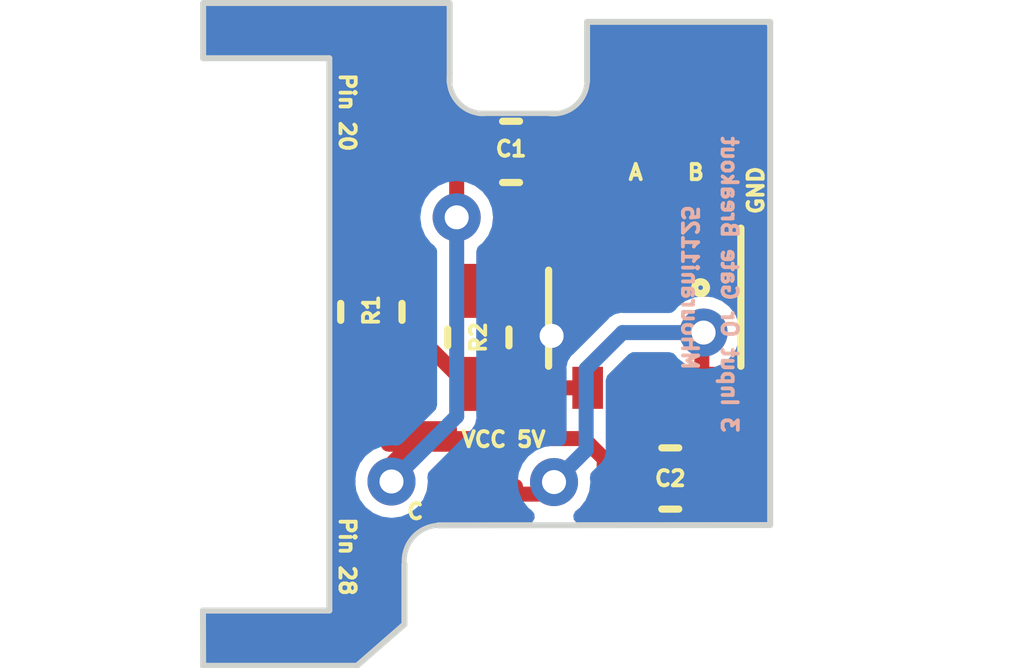
<source format=kicad_pcb>
(kicad_pcb (version 20211014) (generator pcbnew)
  (layers (0 "F.Cu" signal) (31 "B.Cu" signal) (34 "B.Paste" user) (35 "F.Paste" user) (36 "B.SilkS" user "B.Silkscreen") (37 "F.SilkS" user "F.Silkscreen") (38 "B.Mask" user) (39 "F.Mask" user) (44 "Edge.Cuts" user))
  (net 0 "")
  (net 1 "GND")
  (net 2 "CE")
  (net 3 "A")
  (net 4 "B")
  (net 5 "VCC5V")
  (net 6 "C")
  (footprint "" (layer "F.Cu") (at 150.1 93 90)
    (fp_text reference "" (at 0 0 90) (layer "F.SilkS") (effects (font (size 1.27 1.27))))
    (fp_text value "" (at 0 0 90) (layer "F.SilkS") (effects (font (size 1.27 1.27))))
    (pad "10" smd roundrect (at 0 0 270) (size 1.778 0.508) (layers "F.Cu" "F.Paste" "F.Mask") (net 4 "B"))
  )
  (footprint "" (layer "F.Cu") (at 145.79 98.6 -90)
    (fp_text reference "" (at 0 0 90) (layer "F.SilkS") (effects (font (size 1.27 1.27))))
    (fp_text value "" (at 0 0 90) (layer "F.SilkS") (effects (font (size 1.27 1.27))))
    (pad "B" smd roundrect (at 0 0 180) (size 1.27 0.508) (layers "F.Cu" "F.Paste" "F.Mask") (net 5 "VCC5V"))
  )
  (footprint "" (layer "F.Cu") (at 151.1 93 90)
    (fp_text reference "" (at 0 0 90) (layer "F.SilkS") (effects (font (size 1.27 1.27))))
    (fp_text value "" (at 0 0 90) (layer "F.SilkS") (effects (font (size 1.27 1.27))))
    (pad "9" smd roundrect (at 0 0 270) (size 1.778 0.508) (layers "F.Cu" "F.Paste" "F.Mask") (net 1 "GND"))
  )
  (footprint "" (layer "F.Cu") (at 149.1 93 -90)
    (fp_text reference "" (at 0 0 90) (layer "F.SilkS") (effects (font (size 1.27 1.27))))
    (fp_text value "" (at 0 0 90) (layer "F.SilkS") (effects (font (size 1.27 1.27))))
    (pad "11" smd roundrect (at 0 0 90) (size 1.778 0.508) (layers "F.Cu" "F.Paste" "F.Mask") (net 3 "A"))
  )
  (footprint "" (layer "F.Cu") (at 143.5 102)
    (fp_text reference "" (at 0 0) (layer "F.SilkS") (effects (font (size 1.27 1.27))))
    (fp_text value "" (at 0 0) (layer "F.SilkS") (effects (font (size 1.27 1.27))))
    (pad "4" smd roundrect (at 0 0) (size 2.286 0.508) (layers "F.Cu" "F.Paste" "F.Mask") (net 2 "CE"))
  )
  (footprint "" (layer "F.Cu") (at 143.5 91.85 180)
    (fp_text reference "" (at 0 0) (layer "F.SilkS") (effects (font (size 1.27 1.27))))
    (fp_text value "" (at 0 0) (layer "F.SilkS") (effects (font (size 1.27 1.27))))
    (pad "1" smd roundrect (at 0 0 180) (size 2.286 0.508) (layers "F.Cu" "F.Paste" "F.Mask") (net 5 "VCC5V"))
  )
  (footprint "Capacitor_SMD:C_0603_1608Metric" (layer "F.Cu") (at 146.78 96.95 -90)
    (fp_text reference "R2" (at 0 0 -90) (layer "F.SilkS") (effects (font (size 0.254 0.254) (thickness 0.0635))))
    (fp_text value "0.01uf")
    (fp_line (start -0.14058 -0.51) (end 0.14058 -0.51) (layer "F.SilkS") (width 0.12))
    (fp_line (start -0.14058 0.51) (end 0.14058 0.51) (layer "F.SilkS") (width 0.12))
    (pad "5" smd roundrect (at -0.775 0 270) (size 0.9 0.95) (layers "F.Cu" "F.Paste" "F.Mask") (net 1 "GND"))
    (pad "6" smd roundrect (at 0.775 0 270) (size 0.9 0.95) (layers "F.Cu" "F.Paste" "F.Mask") (net 2 "CE"))
  )
  (footprint "Capacitor_SMD:C_0603_1608Metric" (layer "F.Cu") (at 149.975 99.3)
    (fp_text reference "C2" (at 0 0) (layer "F.SilkS") (effects (font (size 0.254 0.254) (thickness 0.0635))))
    (fp_text value "0.1uf")
    (fp_line (start -0.14058 -0.51) (end 0.14058 -0.51) (layer "F.SilkS") (width 0.12))
    (fp_line (start -0.14058 0.51) (end 0.14058 0.51) (layer "F.SilkS") (width 0.12))
    (pad "7" smd roundrect (at 0.775 0) (size 0.9 0.95) (layers "F.Cu" "F.Paste" "F.Mask") (net 1 "GND"))
    (pad "8" smd roundrect (at -0.775 0) (size 0.9 0.95) (layers "F.Cu" "F.Paste" "F.Mask") (net 5 "VCC5V"))
  )
  (footprint "" (layer "F.Cu") (at 146.89 99.56)
    (fp_text reference "" (at 0 0) (layer "F.SilkS") (effects (font (size 1.27 1.27))))
    (fp_text value "" (at 0 0) (layer "F.SilkS") (effects (font (size 1.27 1.27))))
    (pad "B" smd roundrect (at 0 0 180) (size 1.27 0.508) (layers "F.Cu" "F.Paste" "F.Mask") (net 6 "C"))
  )
  (footprint "Package_SO:TSOP-6_1.65x3.05mm_P0.95mm" (layer "F.Cu") (at 149.55 96.63 -90)
    (fp_text reference "U5" hide)
    (fp_text value "74LVC1G332GW,125")
    (fp_line (start -0.8 1.6) (end 0.8 1.6) (layer "F.SilkS") (width 0.12))
    (fp_line (start 0.8 -1.6) (end -1.5 -1.6) (layer "F.SilkS") (width 0.12))
    (fp_circle (center -0.508488 -0.93) (end -0.418488 -0.89) (layer "F.SilkS") (width 0.12) (fill none))
    (pad "1" smd rect (at -1.16 -0.95 270) (size 0.7 0.51) (layers "F.Cu" "F.Paste" "F.Mask") (net 4 "B"))
    (pad "2" smd rect (at -1.16 0 270) (size 0.7 0.51) (layers "F.Cu" "F.Paste" "F.Mask") (net 1 "GND"))
    (pad "3" smd rect (at -1.16 0.95 270) (size 0.7 0.51) (layers "F.Cu" "F.Paste" "F.Mask") (net 3 "A"))
    (pad "4" smd rect (at 1.16 0.95 270) (size 0.7 0.51) (layers "F.Cu" "F.Paste" "F.Mask") (net 2 "CE"))
    (pad "5" smd rect (at 1.175 0 270) (size 0.7 0.51) (layers "F.Cu" "F.Paste" "F.Mask") (net 5 "VCC5V"))
    (pad "6" smd rect (at 1.16 -0.95 270) (size 0.7 0.51) (layers "F.Cu" "F.Paste" "F.Mask") (net 6 "C"))
  )
  (footprint "Capacitor_SMD:C_0603_1608Metric" (layer "F.Cu") (at 145 96.525 90)
    (fp_text reference "R1" (at 0.025 0 90) (layer "F.SilkS") (effects (font (size 0.254 0.254) (thickness 0.0635))))
    (fp_text value " ")
    (fp_line (start -0.14058 0.51) (end 0.14058 0.51) (layer "F.SilkS") (width 0.12))
    (fp_line (start -0.14058 -0.51) (end 0.14058 -0.51) (layer "F.SilkS") (width 0.12))
    (pad "2" smd roundrect (at 0.775 0 90) (size 0.9 0.95) (layers "F.Cu" "F.Paste" "F.Mask") (net 5 "VCC5V"))
    (pad "3" smd roundrect (at -0.775 0 90) (size 0.9 0.95) (layers "F.Cu" "F.Paste" "F.Mask") (net 2 "CE"))
  )
  (footprint "Capacitor_SMD:C_0603_1608Metric" (layer "F.Cu") (at 147.325 93.86)
    (fp_text reference "C1" (at 0 -0.05) (layer "F.SilkS") (effects (font (size 0.254 0.254) (thickness 0.0635))))
    (fp_text value "0.01uf (maybe 100uf)")
    (fp_line (start -0.14058 -0.51) (end 0.14058 -0.51) (layer "F.SilkS") (width 0.12))
    (fp_line (start -0.14058 0.51) (end 0.14058 0.51) (layer "F.SilkS") (width 0.12))
    (pad "5" smd roundrect (at -0.775 0) (size 0.9 0.95) (layers "F.Cu" "F.Paste" "F.Mask") (net 5 "VCC5V"))
    (pad "6" smd roundrect (at 0.775 0) (size 0.9 0.95) (layers "F.Cu" "F.Paste" "F.Mask") (net 1 "GND"))
  )
  (gr_line (start 144.76 102.42) (end 142.2 102.42) (layer "Edge.Cuts") (width 0.1))
  (gr_line (start 144.76 102.42) (end 145.55 101.73) (layer "Edge.Cuts") (width 0.1))
  (gr_line (start 148.59 92.69) (end 148.59 91.694) (layer "Edge.Cuts") (width 0.1))
  (gr_arc (start 145.56 100.8) (mid 145.667107 100.314693) (end 146.11 100.08) (layer "Edge.Cuts") (width 0.08382))
  (gr_line (start 151.638 91.694) (end 151.638 100.076) (layer "Edge.Cuts") (width 0.1))
  (gr_line (start 146.79 93.218) (end 148.06 93.218) (layer "Edge.Cuts") (width 0.0889))
  (gr_line (start 146.304 91.39) (end 146.304 92.7) (layer "Edge.Cuts") (width 0.1))
  (gr_line (start 151.638 100.076) (end 146.11 100.08) (layer "Edge.Cuts") (width 0.1))
  (gr_line (start 142.2 91.38) (end 146.3 91.38) (layer "Edge.Cuts") (width 0.1))
  (gr_line (start 145.55 100.73) (end 145.55 101.73) (layer "Edge.Cuts") (width 0.1))
  (gr_line (start 144.3 101.5) (end 144.3 92.3) (layer "Edge.Cuts") (width 0.1))
  (gr_line (start 144.3 92.3) (end 142.2 92.3) (layer "Edge.Cuts") (width 0.1))
  (gr_line (start 142.197 101.5) (end 144.3 101.5) (layer "Edge.Cuts") (width 0.1))
  (gr_line (start 148.59 91.694) (end 151.638 91.694) (layer "Edge.Cuts") (width 0.1))
  (gr_line (start 142.2 102.42) (end 142.197 101.5) (layer "Edge.Cuts") (width 0.1))
  (gr_line (start 142.2 92.3) (end 142.2 91.4) (layer "Edge.Cuts") (width 0.1))
  (gr_arc (start 148.592006 92.65) (mid 148.406336 93.079511) (end 147.96 93.22) (layer "Edge.Cuts") (width 0.0889))
  (gr_arc (start 146.88 93.22) (mid 146.430454 93.017928) (end 146.31 92.54) (layer "Edge.Cuts") (width 0.0889))
  (gr_text "3 Input Or Gate Breakout\n" (at 150.96 96.07 -90) (layer "B.SilkS") (effects (font (size 0.254 0.254) (thickness 0.0635)) (justify mirror)))
  (gr_text "MHourani1125" (at 150.3 96.12 270) (layer "B.SilkS") (effects (font (size 0.254 0.254) (thickness 0.0635)) (justify mirror)))
  (gr_text "A" (at 149.4 94.2) (layer "F.SilkS") (effects (font (size 0.254 0.254) (thickness 0.0635))))
  (gr_text "Pin 20" (at 144.6 93.2 -90) (layer "F.SilkS") (effects (font (size 0.254 0.254) (thickness 0.0635))))
  (gr_text "Pin 28\n" (at 144.6 100.6 -90) (layer "F.SilkS") (effects (font (size 0.254 0.254) (thickness 0.0635))))
  (gr_text "B" (at 150.4 94.2) (layer "F.SilkS") (effects (font (size 0.254 0.254) (thickness 0.0635))))
  (gr_text "C" (at 145.73 99.85) (layer "F.SilkS") (effects (font (size 0.254 0.254) (thickness 0.0635))))
  (gr_text "VCC 5V" (at 147.2 98.65) (layer "F.SilkS") (effects (font (size 0.254 0.254) (thickness 0.0635))))
  (gr_text "GND" (at 151.4 94.5 90) (layer "F.SilkS") (effects (font (size 0.254 0.254) (thickness 0.0635))))
  (segment (start 148 96.925) (end 148 96.745) (width 0.25) (layer "F.Cu") (net 1))
  (segment (start 146.6 96.2) (end 147.28 95.52) (width 0.25) (layer "F.Cu") (net 1))
  (segment (start 149.175 96.15) (end 149.55 95.775) (width 0.25) (layer "F.Cu") (net 1))
  (segment (start 147.56 96.305) (end 147.56 95.56) (width 0.25) (layer "F.Cu") (net 1))
  (segment (start 147.28 95.52) (end 147.58 95.52) (width 0.25) (layer "F.Cu") (net 1))
  (segment (start 148 96.925) (end 148.775 96.15) (width 0.25) (layer "F.Cu") (net 1))
  (segment (start 151.26 98.79) (end 150.75 99.3) (width 0.25) (layer "F.Cu") (net 1))
  (segment (start 151.26 96.285) (end 151.26 98.79) (width 0.25) (layer "F.Cu") (net 1))
  (segment (start 147.56 95.56) (end 147.56 94.465) (width 0.25) (layer "F.Cu") (net 1))
  (segment (start 149.55 95.775) (end 149.55 95.47) (width 0.25) (layer "F.Cu") (net 1))
  (segment (start 148 96.745) (end 147.56 96.305) (width 0.25) (layer "F.Cu") (net 1))
  (segment (start 151.08 96.145) (end 151.1 96.125) (width 0.25) (layer "F.Cu") (net 1))
  (segment (start 148 96.925) (end 148.019502 96.925) (width 0.25) (layer "F.Cu") (net 1))
  (segment (start 148.799502 96.145) (end 151.08 96.145) (width 0.25) (layer "F.Cu") (net 1))
  (segment (start 147.56 94.465) (end 147.775 94.25) (width 0.25) (layer "F.Cu") (net 1))
  (segment (start 148.019502 96.925) (end 148.799502 96.145) (width 0.25) (layer "F.Cu") (net 1))
  (segment (start 151.1 96.125) (end 151.1 93) (width 0.25) (layer "F.Cu") (net 1))
  (segment (start 151.1 96.125) (end 151.26 96.285) (width 0.25) (layer "F.Cu") (net 1))
  (segment (start 148.775 96.15) (end 149.175 96.15) (width 0.25) (layer "F.Cu") (net 1))
  (via (at 148 96.925) (size 0.8) (drill 0.4) (layers "F.Cu" "B.Cu") (net 1))
  (segment (start 145.31 96.99) (end 145.84 96.99) (width 0.25) (layer "F.Cu") (net 2))
  (segment (start 144.6105 97.6895) (end 145 97.3) (width 0.25) (layer "F.Cu") (net 2))
  (segment (start 146.64 97.79) (end 148.6 97.79) (width 0.25) (layer "F.Cu") (net 2))
  (segment (start 143.5 102) (end 144.5 102) (width 0.25) (layer "F.Cu") (net 2))
  (segment (start 145 100.49) (end 144.6105 100.1005) (width 0.25) (layer "F.Cu") (net 2))
  (segment (start 145 97.3) (end 145.31 96.99) (width 0.25) (layer "F.Cu") (net 2))
  (segment (start 144.5 102) (end 145 101.5) (width 0.25) (layer "F.Cu") (net 2))
  (segment (start 145.84 96.99) (end 146.64 97.79) (width 0.25) (layer "F.Cu") (net 2))
  (segment (start 144.6105 100.1005) (end 144.6105 97.6895) (width 0.25) (layer "F.Cu") (net 2))
  (segment (start 145 101.5) (end 145 100.49) (width 0.25) (layer "F.Cu") (net 2))
  (segment (start 149.1 94.795) (end 149.1 93) (width 0.25) (layer "F.Cu") (net 3))
  (segment (start 148.6 95.295) (end 149.1 94.795) (width 0.25) (layer "F.Cu") (net 3))
  (segment (start 148.6 95.47) (end 148.6 95.295) (width 0.25) (layer "F.Cu") (net 3))
  (segment (start 150.1 94.8) (end 150.5 95.2) (width 0.25) (layer "F.Cu") (net 4))
  (segment (start 150.1 93) (end 150.1 94.8) (width 0.25) (layer "F.Cu") (net 4))
  (segment (start 150.5 95.2) (end 150.5 95.47) (width 0.25) (layer "F.Cu") (net 4))
  (segment (start 148.535 98.635) (end 149.2 99.3) (width 0.25) (layer "F.Cu") (net 5))
  (segment (start 145.79 98.6) (end 145.825 98.635) (width 0.25) (layer "F.Cu") (net 5))
  (segment (start 145.335 99.35) (end 145.335 99.055) (width 0.25) (layer "F.Cu") (net 5))
  (segment (start 145.13 93.48) (end 145.13 95.62) (width 0.25) (layer "F.Cu") (net 5))
  (segment (start 149.56 97.815) (end 149.55 97.805) (width 0.25) (layer "F.Cu") (net 5))
  (segment (start 145.825 98.635) (end 148.535 98.635) (width 0.25) (layer "F.Cu") (net 5))
  (segment (start 145.13 95.62) (end 145 95.75) (width 0.25) (layer "F.Cu") (net 5))
  (segment (start 143.5 91.85) (end 144.99 91.85) (width 0.25) (layer "F.Cu") (net 5))
  (segment (start 149.2 99.3) (end 149.56 98.94) (width 0.25) (layer "F.Cu") (net 5))
  (segment (start 145.335 99.055) (end 145.79 98.6) (width 0.25) (layer "F.Cu") (net 5))
  (segment (start 149.56 98.94) (end 149.56 97.815) (width 0.25) (layer "F.Cu") (net 5))
  (segment (start 145.13 91.99) (end 145.13 93.48) (width 0.25) (layer "F.Cu") (net 5))
  (segment (start 144.99 91.85) (end 145.13 91.99) (width 0.25) (layer "F.Cu") (net 5))
  (segment (start 145.51 93.86) (end 146.55 93.86) (width 0.25) (layer "F.Cu") (net 5))
  (segment (start 146.42 93.99) (end 146.55 93.86) (width 0.25) (layer "F.Cu") (net 5))
  (segment (start 145.13 93.48) (end 145.51 93.86) (width 0.25) (layer "F.Cu") (net 5))
  (segment (start 146.42 94.95) (end 146.42 93.99) (width 0.25) (layer "F.Cu") (net 5))
  (via (at 145.335 99.35) (size 0.8) (drill 0.4) (layers "F.Cu" "B.Cu") (net 5))
  (via (at 146.42 94.95) (size 0.8) (drill 0.4) (layers "F.Cu" "B.Cu") (net 5))
  (segment (start 145.335 99.35) (end 146.42 98.265) (width 0.25) (layer "B.Cu") (net 5))
  (segment (start 146.42 98.265) (end 146.42 94.95) (width 0.25) (layer "B.Cu") (net 5))
  (segment (start 150.5 97.79) (end 150.5 96.898562) (width 0.25) (layer "F.Cu") (net 6))
  (segment (start 150.5 96.898562) (end 150.529062 96.8695) (width 0.25) (layer "F.Cu") (net 6))
  (segment (start 147.8395 99.56) (end 146.89 99.56) (width 0.25) (layer "F.Cu") (net 6))
  (segment (start 148.04 99.3595) (end 147.8395 99.56) (width 0.25) (layer "F.Cu") (net 6))
  (via (at 148.04 99.3595) (size 0.8) (drill 0.4) (layers "F.Cu" "B.Cu") (net 6))
  (via (at 150.529062 96.8695) (size 0.8) (drill 0.4) (layers "F.Cu" "B.Cu") (net 6))
  (segment (start 148.575 97.475) (end 148.575 98.8245) (width 0.25) (layer "B.Cu") (net 6))
  (segment (start 150.529062 96.8695) (end 149.1805 96.8695) (width 0.25) (layer "B.Cu") (net 6))
  (segment (start 149.1805 96.8695) (end 148.575 97.475) (width 0.25) (layer "B.Cu") (net 6))
  (segment (start 148.575 98.8245) (end 148.04 99.3595) (width 0.25) (layer "B.Cu") (net 6))
  (zone (net 1) (net_name "GND") (layer "B.Cu") (connect_pads (clearance 0)) (min_thickness 0.254) (fill yes (thermal_gap 0.508) (thermal_bridge_width 0.508))
    (polygon (pts (xy 146.28 91.38) (xy 146.3 92.43) (xy 146.29 92.74) (xy 146.38 92.96) (xy 146.54 93.1) (xy 146.74 93.18) (xy 148 93.21) (xy 148.15 93.2) (xy 148.37 93.1) (xy 148.57 92.82) (xy 148.58 92.65) (xy 148.6 91.67) (xy 151.61 91.69) (xy 151.64 100.06) (xy 146.1 100.06) (xy 145.79 100.18) (xy 145.62 100.37) (xy 145.54 100.56) (xy 145.54 101.69) (xy 144.75 102.43) (xy 142.22 102.43) (xy 142.2 101.48) (xy 144.3 101.48) (xy 144.31 92.32) (xy 142.21 92.3) (xy 142.19 91.38) (xy 142.2 91.35)))
  )
)
</source>
